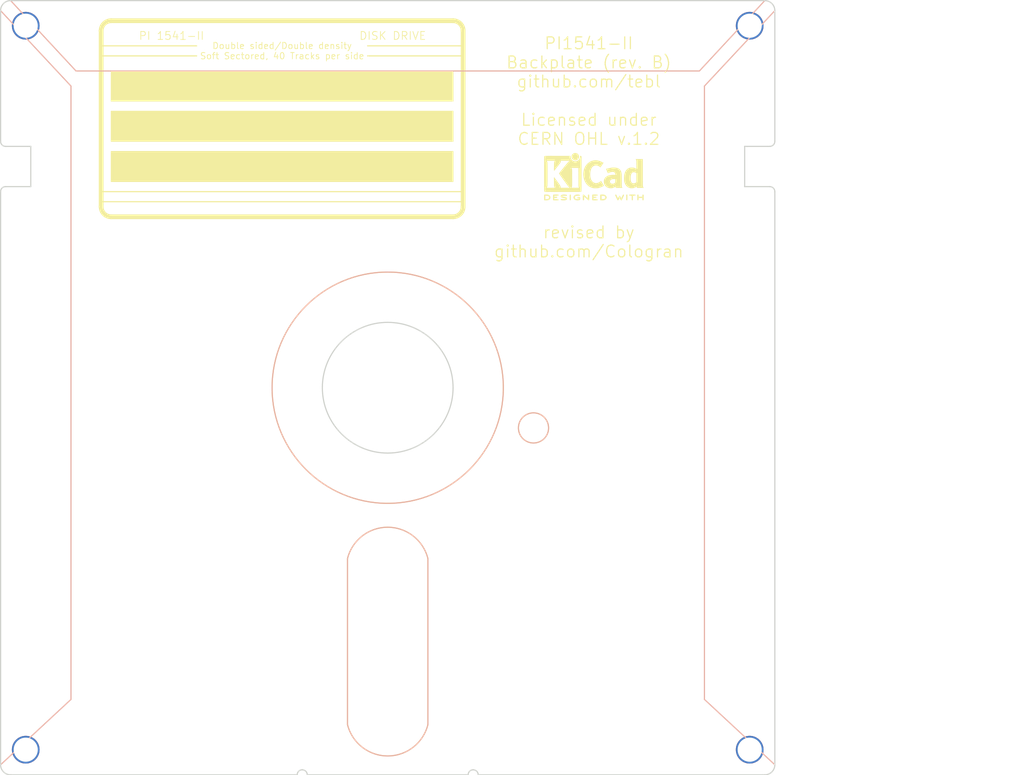
<source format=kicad_pcb>
(kicad_pcb (version 20171130) (host pcbnew "(5.1.6)-1")

  (general
    (thickness 1.6)
    (drawings 104)
    (tracks 0)
    (zones 0)
    (modules 5)
    (nets 2)
  )

  (page A4)
  (layers
    (0 F.Cu signal)
    (31 B.Cu signal)
    (32 B.Adhes user)
    (33 F.Adhes user)
    (34 B.Paste user)
    (35 F.Paste user)
    (36 B.SilkS user)
    (37 F.SilkS user)
    (38 B.Mask user)
    (39 F.Mask user)
    (40 Dwgs.User user)
    (41 Cmts.User user)
    (42 Eco1.User user)
    (43 Eco2.User user)
    (44 Edge.Cuts user)
    (45 Margin user)
    (46 B.CrtYd user)
    (47 F.CrtYd user)
    (48 B.Fab user)
    (49 F.Fab user)
  )

  (setup
    (last_trace_width 0.25)
    (user_trace_width 0.381)
    (trace_clearance 0.2)
    (zone_clearance 0.508)
    (zone_45_only no)
    (trace_min 0.2)
    (via_size 0.6)
    (via_drill 0.4)
    (via_min_size 0.4)
    (via_min_drill 0.3)
    (user_via 1 0.4)
    (uvia_size 0.3)
    (uvia_drill 0.1)
    (uvias_allowed no)
    (uvia_min_size 0.2)
    (uvia_min_drill 0.1)
    (edge_width 0.15)
    (segment_width 0.2)
    (pcb_text_width 0.3)
    (pcb_text_size 1.5 1.5)
    (mod_edge_width 0.15)
    (mod_text_size 1 1)
    (mod_text_width 0.15)
    (pad_size 1.524 1.524)
    (pad_drill 0.762)
    (pad_to_mask_clearance 0.2)
    (aux_axis_origin 0 0)
    (visible_elements 7FFFFFFF)
    (pcbplotparams
      (layerselection 0x010f0_ffffffff)
      (usegerberextensions true)
      (usegerberattributes false)
      (usegerberadvancedattributes false)
      (creategerberjobfile false)
      (excludeedgelayer true)
      (linewidth 0.100000)
      (plotframeref false)
      (viasonmask false)
      (mode 1)
      (useauxorigin false)
      (hpglpennumber 1)
      (hpglpenspeed 20)
      (hpglpendiameter 15.000000)
      (psnegative false)
      (psa4output false)
      (plotreference true)
      (plotvalue true)
      (plotinvisibletext false)
      (padsonsilk false)
      (subtractmaskfromsilk false)
      (outputformat 1)
      (mirror false)
      (drillshape 0)
      (scaleselection 1)
      (outputdirectory "export/"))
  )

  (net 0 "")
  (net 1 "Net-(M1-Pad1)")

  (net_class Default "This is the default net class."
    (clearance 0.2)
    (trace_width 0.25)
    (via_dia 0.6)
    (via_drill 0.4)
    (uvia_dia 0.3)
    (uvia_drill 0.1)
    (add_net "Net-(M1-Pad1)")
  )

  (net_class Power ""
    (clearance 0.381)
    (trace_width 0.381)
    (via_dia 1)
    (via_drill 0.4)
    (uvia_dia 0.3)
    (uvia_drill 0.1)
  )

  (module Symbols:KiCad-Logo2_6mm_SilkScreen locked (layer F.Cu) (tedit 0) (tstamp 5EE53D9C)
    (at 147.32 76.835)
    (descr "KiCad Logo")
    (tags "Logo KiCad")
    (attr virtual)
    (fp_text reference REF*** (at 0 0) (layer F.SilkS) hide
      (effects (font (size 1 1) (thickness 0.15)))
    )
    (fp_text value KiCad-Logo2_6mm_SilkScreen (at 0.75 0) (layer F.Fab) hide
      (effects (font (size 1 1) (thickness 0.15)))
    )
    (fp_poly (pts (xy -6.121371 2.269066) (xy -6.081889 2.269467) (xy -5.9662 2.272259) (xy -5.869311 2.28055)
      (xy -5.787919 2.295232) (xy -5.718723 2.317193) (xy -5.65842 2.347322) (xy -5.603708 2.38651)
      (xy -5.584167 2.403532) (xy -5.55175 2.443363) (xy -5.52252 2.497413) (xy -5.499991 2.557323)
      (xy -5.487679 2.614739) (xy -5.4864 2.635956) (xy -5.494417 2.694769) (xy -5.515899 2.759013)
      (xy -5.546999 2.819821) (xy -5.583866 2.86833) (xy -5.589854 2.874182) (xy -5.640579 2.915321)
      (xy -5.696125 2.947435) (xy -5.759696 2.971365) (xy -5.834494 2.987953) (xy -5.923722 2.998041)
      (xy -6.030582 3.002469) (xy -6.079528 3.002845) (xy -6.141762 3.002545) (xy -6.185528 3.001292)
      (xy -6.214931 2.998554) (xy -6.234079 2.993801) (xy -6.247077 2.986501) (xy -6.254045 2.980267)
      (xy -6.260626 2.972694) (xy -6.265788 2.962924) (xy -6.269703 2.94834) (xy -6.272543 2.926326)
      (xy -6.27448 2.894264) (xy -6.275684 2.849536) (xy -6.276328 2.789526) (xy -6.276583 2.711617)
      (xy -6.276622 2.635956) (xy -6.27687 2.535041) (xy -6.276817 2.454427) (xy -6.275857 2.415822)
      (xy -6.129867 2.415822) (xy -6.129867 2.856089) (xy -6.036734 2.856004) (xy -5.980693 2.854396)
      (xy -5.921999 2.850256) (xy -5.873028 2.844464) (xy -5.871538 2.844226) (xy -5.792392 2.82509)
      (xy -5.731002 2.795287) (xy -5.684305 2.752878) (xy -5.654635 2.706961) (xy -5.636353 2.656026)
      (xy -5.637771 2.6082) (xy -5.658988 2.556933) (xy -5.700489 2.503899) (xy -5.757998 2.4646)
      (xy -5.83275 2.438331) (xy -5.882708 2.429035) (xy -5.939416 2.422507) (xy -5.999519 2.417782)
      (xy -6.050639 2.415817) (xy -6.053667 2.415808) (xy -6.129867 2.415822) (xy -6.275857 2.415822)
      (xy -6.27526 2.391851) (xy -6.270998 2.345055) (xy -6.26283 2.311778) (xy -6.249556 2.289759)
      (xy -6.229974 2.276739) (xy -6.202883 2.270457) (xy -6.167082 2.268653) (xy -6.121371 2.269066)) (layer F.SilkS) (width 0.01))
    (fp_poly (pts (xy -4.712794 2.269146) (xy -4.643386 2.269518) (xy -4.590997 2.270385) (xy -4.552847 2.271946)
      (xy -4.526159 2.274403) (xy -4.508153 2.277957) (xy -4.496049 2.28281) (xy -4.487069 2.289161)
      (xy -4.483818 2.292084) (xy -4.464043 2.323142) (xy -4.460482 2.358828) (xy -4.473491 2.39051)
      (xy -4.479506 2.396913) (xy -4.489235 2.403121) (xy -4.504901 2.40791) (xy -4.529408 2.411514)
      (xy -4.565661 2.414164) (xy -4.616565 2.416095) (xy -4.685026 2.417539) (xy -4.747617 2.418418)
      (xy -4.995334 2.421467) (xy -4.998719 2.486378) (xy -5.002105 2.551289) (xy -4.833958 2.551289)
      (xy -4.760959 2.551919) (xy -4.707517 2.554553) (xy -4.670628 2.560309) (xy -4.647288 2.570304)
      (xy -4.634494 2.585656) (xy -4.629242 2.607482) (xy -4.628445 2.627738) (xy -4.630923 2.652592)
      (xy -4.640277 2.670906) (xy -4.659383 2.683637) (xy -4.691118 2.691741) (xy -4.738359 2.696176)
      (xy -4.803983 2.697899) (xy -4.839801 2.698045) (xy -5.000978 2.698045) (xy -5.000978 2.856089)
      (xy -4.752622 2.856089) (xy -4.671213 2.856202) (xy -4.609342 2.856712) (xy -4.563968 2.85787)
      (xy -4.532054 2.85993) (xy -4.510559 2.863146) (xy -4.496443 2.867772) (xy -4.486668 2.874059)
      (xy -4.481689 2.878667) (xy -4.46461 2.90556) (xy -4.459111 2.929467) (xy -4.466963 2.958667)
      (xy -4.481689 2.980267) (xy -4.489546 2.987066) (xy -4.499688 2.992346) (xy -4.514844 2.996298)
      (xy -4.537741 2.999113) (xy -4.571109 3.000982) (xy -4.617675 3.002098) (xy -4.680167 3.002651)
      (xy -4.761314 3.002833) (xy -4.803422 3.002845) (xy -4.893598 3.002765) (xy -4.963924 3.002398)
      (xy -5.017129 3.001552) (xy -5.05594 3.000036) (xy -5.083087 2.997659) (xy -5.101298 2.994229)
      (xy -5.1133 2.989554) (xy -5.121822 2.983444) (xy -5.125156 2.980267) (xy -5.131755 2.97267)
      (xy -5.136927 2.96287) (xy -5.140846 2.948239) (xy -5.143684 2.926152) (xy -5.145615 2.893982)
      (xy -5.146812 2.849103) (xy -5.147448 2.788889) (xy -5.147697 2.710713) (xy -5.147734 2.637923)
      (xy -5.1477 2.544707) (xy -5.147465 2.471431) (xy -5.14683 2.415458) (xy -5.145594 2.374151)
      (xy -5.143556 2.344872) (xy -5.140517 2.324984) (xy -5.136277 2.31185) (xy -5.130635 2.302832)
      (xy -5.123391 2.295293) (xy -5.121606 2.293612) (xy -5.112945 2.286172) (xy -5.102882 2.280409)
      (xy -5.088625 2.276112) (xy -5.067383 2.273064) (xy -5.036364 2.271051) (xy -4.992777 2.26986)
      (xy -4.933831 2.269275) (xy -4.856734 2.269083) (xy -4.802001 2.269067) (xy -4.712794 2.269146)) (layer F.SilkS) (width 0.01))
    (fp_poly (pts (xy -3.691703 2.270351) (xy -3.616888 2.275581) (xy -3.547306 2.28375) (xy -3.487002 2.29455)
      (xy -3.44002 2.307673) (xy -3.410406 2.322813) (xy -3.40586 2.327269) (xy -3.390054 2.36185)
      (xy -3.394847 2.397351) (xy -3.419364 2.427725) (xy -3.420534 2.428596) (xy -3.434954 2.437954)
      (xy -3.450008 2.442876) (xy -3.471005 2.443473) (xy -3.503257 2.439861) (xy -3.552073 2.432154)
      (xy -3.556 2.431505) (xy -3.628739 2.422569) (xy -3.707217 2.418161) (xy -3.785927 2.418119)
      (xy -3.859361 2.422279) (xy -3.922011 2.430479) (xy -3.96837 2.442557) (xy -3.971416 2.443771)
      (xy -4.005048 2.462615) (xy -4.016864 2.481685) (xy -4.007614 2.500439) (xy -3.978047 2.518337)
      (xy -3.928911 2.534837) (xy -3.860957 2.549396) (xy -3.815645 2.556406) (xy -3.721456 2.569889)
      (xy -3.646544 2.582214) (xy -3.587717 2.594449) (xy -3.541785 2.607661) (xy -3.505555 2.622917)
      (xy -3.475838 2.641285) (xy -3.449442 2.663831) (xy -3.42823 2.685971) (xy -3.403065 2.716819)
      (xy -3.390681 2.743345) (xy -3.386808 2.776026) (xy -3.386667 2.787995) (xy -3.389576 2.827712)
      (xy -3.401202 2.857259) (xy -3.421323 2.883486) (xy -3.462216 2.923576) (xy -3.507817 2.954149)
      (xy -3.561513 2.976203) (xy -3.626692 2.990735) (xy -3.706744 2.998741) (xy -3.805057 3.001218)
      (xy -3.821289 3.001177) (xy -3.886849 2.999818) (xy -3.951866 2.99673) (xy -4.009252 2.992356)
      (xy -4.051922 2.98714) (xy -4.055372 2.986541) (xy -4.097796 2.976491) (xy -4.13378 2.963796)
      (xy -4.15415 2.95219) (xy -4.173107 2.921572) (xy -4.174427 2.885918) (xy -4.158085 2.854144)
      (xy -4.154429 2.850551) (xy -4.139315 2.839876) (xy -4.120415 2.835276) (xy -4.091162 2.836059)
      (xy -4.055651 2.840127) (xy -4.01597 2.843762) (xy -3.960345 2.846828) (xy -3.895406 2.849053)
      (xy -3.827785 2.850164) (xy -3.81 2.850237) (xy -3.742128 2.849964) (xy -3.692454 2.848646)
      (xy -3.65661 2.845827) (xy -3.630224 2.84105) (xy -3.608926 2.833857) (xy -3.596126 2.827867)
      (xy -3.568 2.811233) (xy -3.550068 2.796168) (xy -3.547447 2.791897) (xy -3.552976 2.774263)
      (xy -3.57926 2.757192) (xy -3.624478 2.741458) (xy -3.686808 2.727838) (xy -3.705171 2.724804)
      (xy -3.80109 2.709738) (xy -3.877641 2.697146) (xy -3.93778 2.686111) (xy -3.98446 2.67572)
      (xy -4.020637 2.665056) (xy -4.049265 2.653205) (xy -4.073298 2.639251) (xy -4.095692 2.622281)
      (xy -4.119402 2.601378) (xy -4.12738 2.594049) (xy -4.155353 2.566699) (xy -4.17016 2.545029)
      (xy -4.175952 2.520232) (xy -4.176889 2.488983) (xy -4.166575 2.427705) (xy -4.135752 2.37564)
      (xy -4.084595 2.332958) (xy -4.013283 2.299825) (xy -3.9624 2.284964) (xy -3.9071 2.275366)
      (xy -3.840853 2.269936) (xy -3.767706 2.268367) (xy -3.691703 2.270351)) (layer F.SilkS) (width 0.01))
    (fp_poly (pts (xy -2.923822 2.291645) (xy -2.917242 2.299218) (xy -2.912079 2.308987) (xy -2.908164 2.323571)
      (xy -2.905324 2.345585) (xy -2.903387 2.377648) (xy -2.902183 2.422375) (xy -2.901539 2.482385)
      (xy -2.901284 2.560294) (xy -2.901245 2.635956) (xy -2.901314 2.729802) (xy -2.901638 2.803689)
      (xy -2.902386 2.860232) (xy -2.903732 2.902049) (xy -2.905846 2.931757) (xy -2.9089 2.951973)
      (xy -2.913066 2.965314) (xy -2.918516 2.974398) (xy -2.923822 2.980267) (xy -2.956826 2.999947)
      (xy -2.991991 2.998181) (xy -3.023455 2.976717) (xy -3.030684 2.968337) (xy -3.036334 2.958614)
      (xy -3.040599 2.944861) (xy -3.043673 2.924389) (xy -3.045752 2.894512) (xy -3.04703 2.852541)
      (xy -3.047701 2.795789) (xy -3.047959 2.721567) (xy -3.048 2.637537) (xy -3.048 2.324485)
      (xy -3.020291 2.296776) (xy -2.986137 2.273463) (xy -2.953006 2.272623) (xy -2.923822 2.291645)) (layer F.SilkS) (width 0.01))
    (fp_poly (pts (xy -1.950081 2.274599) (xy -1.881565 2.286095) (xy -1.828943 2.303967) (xy -1.794708 2.327499)
      (xy -1.785379 2.340924) (xy -1.775893 2.372148) (xy -1.782277 2.400395) (xy -1.80243 2.427182)
      (xy -1.833745 2.439713) (xy -1.879183 2.438696) (xy -1.914326 2.431906) (xy -1.992419 2.418971)
      (xy -2.072226 2.417742) (xy -2.161555 2.428241) (xy -2.186229 2.43269) (xy -2.269291 2.456108)
      (xy -2.334273 2.490945) (xy -2.380461 2.536604) (xy -2.407145 2.592494) (xy -2.412663 2.621388)
      (xy -2.409051 2.680012) (xy -2.385729 2.731879) (xy -2.344824 2.775978) (xy -2.288459 2.811299)
      (xy -2.21876 2.836829) (xy -2.137852 2.851559) (xy -2.04786 2.854478) (xy -1.95091 2.844575)
      (xy -1.945436 2.843641) (xy -1.906875 2.836459) (xy -1.885494 2.829521) (xy -1.876227 2.819227)
      (xy -1.874006 2.801976) (xy -1.873956 2.792841) (xy -1.873956 2.754489) (xy -1.942431 2.754489)
      (xy -2.0029 2.750347) (xy -2.044165 2.737147) (xy -2.068175 2.71373) (xy -2.076877 2.678936)
      (xy -2.076983 2.674394) (xy -2.071892 2.644654) (xy -2.054433 2.623419) (xy -2.021939 2.609366)
      (xy -1.971743 2.601173) (xy -1.923123 2.598161) (xy -1.852456 2.596433) (xy -1.801198 2.59907)
      (xy -1.766239 2.6088) (xy -1.74447 2.628353) (xy -1.73278 2.660456) (xy -1.72806 2.707838)
      (xy -1.7272 2.770071) (xy -1.728609 2.839535) (xy -1.732848 2.886786) (xy -1.739936 2.912012)
      (xy -1.741311 2.913988) (xy -1.780228 2.945508) (xy -1.837286 2.97047) (xy -1.908869 2.98834)
      (xy -1.991358 2.998586) (xy -2.081139 3.000673) (xy -2.174592 2.994068) (xy -2.229556 2.985956)
      (xy -2.315766 2.961554) (xy -2.395892 2.921662) (xy -2.462977 2.869887) (xy -2.473173 2.859539)
      (xy -2.506302 2.816035) (xy -2.536194 2.762118) (xy -2.559357 2.705592) (xy -2.572298 2.654259)
      (xy -2.573858 2.634544) (xy -2.567218 2.593419) (xy -2.549568 2.542252) (xy -2.524297 2.488394)
      (xy -2.494789 2.439195) (xy -2.468719 2.406334) (xy -2.407765 2.357452) (xy -2.328969 2.318545)
      (xy -2.235157 2.290494) (xy -2.12915 2.274179) (xy -2.032 2.270192) (xy -1.950081 2.274599)) (layer F.SilkS) (width 0.01))
    (fp_poly (pts (xy -1.300114 2.273448) (xy -1.276548 2.287273) (xy -1.245735 2.309881) (xy -1.206078 2.342338)
      (xy -1.15598 2.385708) (xy -1.093843 2.441058) (xy -1.018072 2.509451) (xy -0.931334 2.588084)
      (xy -0.750711 2.751878) (xy -0.745067 2.532029) (xy -0.743029 2.456351) (xy -0.741063 2.399994)
      (xy -0.738734 2.359706) (xy -0.735606 2.332235) (xy -0.731245 2.314329) (xy -0.725216 2.302737)
      (xy -0.717084 2.294208) (xy -0.712772 2.290623) (xy -0.678241 2.27167) (xy -0.645383 2.274441)
      (xy -0.619318 2.290633) (xy -0.592667 2.312199) (xy -0.589352 2.627151) (xy -0.588435 2.719779)
      (xy -0.587968 2.792544) (xy -0.588113 2.848161) (xy -0.589032 2.889342) (xy -0.590887 2.918803)
      (xy -0.593839 2.939255) (xy -0.59805 2.953413) (xy -0.603682 2.963991) (xy -0.609927 2.972474)
      (xy -0.623439 2.988207) (xy -0.636883 2.998636) (xy -0.652124 3.002639) (xy -0.671026 2.999094)
      (xy -0.695455 2.986879) (xy -0.727273 2.964871) (xy -0.768348 2.931949) (xy -0.820542 2.886991)
      (xy -0.885722 2.828875) (xy -0.959556 2.762099) (xy -1.224845 2.521458) (xy -1.230489 2.740589)
      (xy -1.232531 2.816128) (xy -1.234502 2.872354) (xy -1.236839 2.912524) (xy -1.239981 2.939896)
      (xy -1.244364 2.957728) (xy -1.250424 2.969279) (xy -1.2586 2.977807) (xy -1.262784 2.981282)
      (xy -1.299765 3.000372) (xy -1.334708 2.997493) (xy -1.365136 2.9731) (xy -1.372097 2.963286)
      (xy -1.377523 2.951826) (xy -1.381603 2.935968) (xy -1.384529 2.912963) (xy -1.386492 2.880062)
      (xy -1.387683 2.834516) (xy -1.388292 2.773573) (xy -1.388511 2.694486) (xy -1.388534 2.635956)
      (xy -1.38846 2.544407) (xy -1.388113 2.472687) (xy -1.387301 2.418045) (xy -1.385833 2.377732)
      (xy -1.383519 2.348998) (xy -1.380167 2.329093) (xy -1.375588 2.315268) (xy -1.369589 2.304772)
      (xy -1.365136 2.298811) (xy -1.35385 2.284691) (xy -1.343301 2.274029) (xy -1.331893 2.267892)
      (xy -1.31803 2.267343) (xy -1.300114 2.273448)) (layer F.SilkS) (width 0.01))
    (fp_poly (pts (xy 0.230343 2.26926) (xy 0.306701 2.270174) (xy 0.365217 2.272311) (xy 0.408255 2.276175)
      (xy 0.438183 2.282267) (xy 0.457368 2.29109) (xy 0.468176 2.303146) (xy 0.472973 2.318939)
      (xy 0.474127 2.33897) (xy 0.474133 2.341335) (xy 0.473131 2.363992) (xy 0.468396 2.381503)
      (xy 0.457333 2.394574) (xy 0.437348 2.403913) (xy 0.405846 2.410227) (xy 0.360232 2.414222)
      (xy 0.297913 2.416606) (xy 0.216293 2.418086) (xy 0.191277 2.418414) (xy -0.0508 2.421467)
      (xy -0.054186 2.486378) (xy -0.057571 2.551289) (xy 0.110576 2.551289) (xy 0.176266 2.551531)
      (xy 0.223172 2.552556) (xy 0.255083 2.554811) (xy 0.275791 2.558742) (xy 0.289084 2.564798)
      (xy 0.298755 2.573424) (xy 0.298817 2.573493) (xy 0.316356 2.607112) (xy 0.315722 2.643448)
      (xy 0.297314 2.674423) (xy 0.293671 2.677607) (xy 0.280741 2.685812) (xy 0.263024 2.691521)
      (xy 0.23657 2.695162) (xy 0.197432 2.697167) (xy 0.141662 2.697964) (xy 0.105994 2.698045)
      (xy -0.056445 2.698045) (xy -0.056445 2.856089) (xy 0.190161 2.856089) (xy 0.27158 2.856231)
      (xy 0.33341 2.856814) (xy 0.378637 2.858068) (xy 0.410248 2.860227) (xy 0.431231 2.863523)
      (xy 0.444573 2.868189) (xy 0.453261 2.874457) (xy 0.45545 2.876733) (xy 0.471614 2.90828)
      (xy 0.472797 2.944168) (xy 0.459536 2.975285) (xy 0.449043 2.985271) (xy 0.438129 2.990769)
      (xy 0.421217 2.995022) (xy 0.395633 2.99818) (xy 0.358701 3.000392) (xy 0.307746 3.001806)
      (xy 0.240094 3.002572) (xy 0.153069 3.002838) (xy 0.133394 3.002845) (xy 0.044911 3.002787)
      (xy -0.023773 3.002467) (xy -0.075436 3.001667) (xy -0.112855 3.000167) (xy -0.13881 2.997749)
      (xy -0.156078 2.994194) (xy -0.167438 2.989282) (xy -0.175668 2.982795) (xy -0.180183 2.978138)
      (xy -0.186979 2.969889) (xy -0.192288 2.959669) (xy -0.196294 2.9448) (xy -0.199179 2.922602)
      (xy -0.201126 2.890393) (xy -0.202319 2.845496) (xy -0.202939 2.785228) (xy -0.203171 2.706911)
      (xy -0.2032 2.640994) (xy -0.203129 2.548628) (xy -0.202792 2.476117) (xy -0.202002 2.420737)
      (xy -0.200574 2.379765) (xy -0.198321 2.350478) (xy -0.195057 2.330153) (xy -0.190596 2.316066)
      (xy -0.184752 2.305495) (xy -0.179803 2.298811) (xy -0.156406 2.269067) (xy 0.133774 2.269067)
      (xy 0.230343 2.26926)) (layer F.SilkS) (width 0.01))
    (fp_poly (pts (xy 1.018309 2.269275) (xy 1.147288 2.273636) (xy 1.256991 2.286861) (xy 1.349226 2.309741)
      (xy 1.425802 2.34307) (xy 1.488527 2.387638) (xy 1.539212 2.444236) (xy 1.579663 2.513658)
      (xy 1.580459 2.515351) (xy 1.604601 2.577483) (xy 1.613203 2.632509) (xy 1.606231 2.687887)
      (xy 1.583654 2.751073) (xy 1.579372 2.760689) (xy 1.550172 2.816966) (xy 1.517356 2.860451)
      (xy 1.475002 2.897417) (xy 1.41719 2.934135) (xy 1.413831 2.936052) (xy 1.363504 2.960227)
      (xy 1.306621 2.978282) (xy 1.239527 2.990839) (xy 1.158565 2.998522) (xy 1.060082 3.001953)
      (xy 1.025286 3.002251) (xy 0.859594 3.002845) (xy 0.836197 2.9731) (xy 0.829257 2.963319)
      (xy 0.823842 2.951897) (xy 0.819765 2.936095) (xy 0.816837 2.913175) (xy 0.814867 2.880396)
      (xy 0.814225 2.856089) (xy 0.970844 2.856089) (xy 1.064726 2.856089) (xy 1.119664 2.854483)
      (xy 1.17606 2.850255) (xy 1.222345 2.844292) (xy 1.225139 2.84379) (xy 1.307348 2.821736)
      (xy 1.371114 2.7886) (xy 1.418452 2.742847) (xy 1.451382 2.682939) (xy 1.457108 2.667061)
      (xy 1.462721 2.642333) (xy 1.460291 2.617902) (xy 1.448467 2.5854) (xy 1.44134 2.569434)
      (xy 1.418 2.527006) (xy 1.38988 2.49724) (xy 1.35894 2.476511) (xy 1.296966 2.449537)
      (xy 1.217651 2.429998) (xy 1.125253 2.418746) (xy 1.058333 2.41627) (xy 0.970844 2.415822)
      (xy 0.970844 2.856089) (xy 0.814225 2.856089) (xy 0.813668 2.835021) (xy 0.81305 2.774311)
      (xy 0.812825 2.695526) (xy 0.8128 2.63392) (xy 0.8128 2.324485) (xy 0.840509 2.296776)
      (xy 0.852806 2.285544) (xy 0.866103 2.277853) (xy 0.884672 2.27304) (xy 0.912786 2.270446)
      (xy 0.954717 2.26941) (xy 1.014737 2.26927) (xy 1.018309 2.269275)) (layer F.SilkS) (width 0.01))
    (fp_poly (pts (xy 3.744665 2.271034) (xy 3.764255 2.278035) (xy 3.76501 2.278377) (xy 3.791613 2.298678)
      (xy 3.80627 2.319561) (xy 3.809138 2.329352) (xy 3.808996 2.342361) (xy 3.804961 2.360895)
      (xy 3.796146 2.387257) (xy 3.781669 2.423752) (xy 3.760645 2.472687) (xy 3.732188 2.536365)
      (xy 3.695415 2.617093) (xy 3.675175 2.661216) (xy 3.638625 2.739985) (xy 3.604315 2.812423)
      (xy 3.573552 2.87588) (xy 3.547648 2.927708) (xy 3.52791 2.965259) (xy 3.51565 2.985884)
      (xy 3.513224 2.988733) (xy 3.482183 3.001302) (xy 3.447121 2.999619) (xy 3.419 2.984332)
      (xy 3.417854 2.983089) (xy 3.406668 2.966154) (xy 3.387904 2.93317) (xy 3.363875 2.88838)
      (xy 3.336897 2.836032) (xy 3.327201 2.816742) (xy 3.254014 2.67015) (xy 3.17424 2.829393)
      (xy 3.145767 2.884415) (xy 3.11935 2.932132) (xy 3.097148 2.968893) (xy 3.081319 2.991044)
      (xy 3.075954 2.995741) (xy 3.034257 3.002102) (xy 2.999849 2.988733) (xy 2.989728 2.974446)
      (xy 2.972214 2.942692) (xy 2.948735 2.896597) (xy 2.92072 2.839285) (xy 2.889599 2.77388)
      (xy 2.856799 2.703507) (xy 2.82375 2.631291) (xy 2.791881 2.560355) (xy 2.762619 2.493825)
      (xy 2.737395 2.434826) (xy 2.717636 2.386481) (xy 2.704772 2.351915) (xy 2.700231 2.334253)
      (xy 2.700277 2.333613) (xy 2.711326 2.311388) (xy 2.73341 2.288753) (xy 2.73471 2.287768)
      (xy 2.761853 2.272425) (xy 2.786958 2.272574) (xy 2.796368 2.275466) (xy 2.807834 2.281718)
      (xy 2.82001 2.294014) (xy 2.834357 2.314908) (xy 2.852336 2.346949) (xy 2.875407 2.392688)
      (xy 2.90503 2.454677) (xy 2.931745 2.511898) (xy 2.96248 2.578226) (xy 2.990021 2.637874)
      (xy 3.012938 2.687725) (xy 3.029798 2.724664) (xy 3.039173 2.745573) (xy 3.04054 2.748845)
      (xy 3.046689 2.743497) (xy 3.060822 2.721109) (xy 3.081057 2.684946) (xy 3.105515 2.638277)
      (xy 3.115248 2.619022) (xy 3.148217 2.554004) (xy 3.173643 2.506654) (xy 3.193612 2.474219)
      (xy 3.21021 2.453946) (xy 3.225524 2.443082) (xy 3.24164 2.438875) (xy 3.252143 2.4384)
      (xy 3.27067 2.440042) (xy 3.286904 2.446831) (xy 3.303035 2.461566) (xy 3.321251 2.487044)
      (xy 3.343739 2.526061) (xy 3.372689 2.581414) (xy 3.388662 2.612903) (xy 3.41457 2.663087)
      (xy 3.437167 2.704704) (xy 3.454458 2.734242) (xy 3.46445 2.748189) (xy 3.465809 2.74877)
      (xy 3.472261 2.737793) (xy 3.486708 2.70929) (xy 3.507703 2.666244) (xy 3.533797 2.611638)
      (xy 3.563546 2.548454) (xy 3.57818 2.517071) (xy 3.61625 2.436078) (xy 3.646905 2.373756)
      (xy 3.671737 2.328071) (xy 3.692337 2.296989) (xy 3.710298 2.278478) (xy 3.72721 2.270504)
      (xy 3.744665 2.271034)) (layer F.SilkS) (width 0.01))
    (fp_poly (pts (xy 4.188614 2.275877) (xy 4.212327 2.290647) (xy 4.238978 2.312227) (xy 4.238978 2.633773)
      (xy 4.238893 2.72783) (xy 4.238529 2.801932) (xy 4.237724 2.858704) (xy 4.236313 2.900768)
      (xy 4.234133 2.930748) (xy 4.231021 2.951267) (xy 4.226814 2.964949) (xy 4.221348 2.974416)
      (xy 4.217472 2.979082) (xy 4.186034 2.999575) (xy 4.150233 2.998739) (xy 4.118873 2.981264)
      (xy 4.092222 2.959684) (xy 4.092222 2.312227) (xy 4.118873 2.290647) (xy 4.144594 2.274949)
      (xy 4.1656 2.269067) (xy 4.188614 2.275877)) (layer F.SilkS) (width 0.01))
    (fp_poly (pts (xy 4.963065 2.269163) (xy 5.041772 2.269542) (xy 5.102863 2.270333) (xy 5.148817 2.27167)
      (xy 5.182114 2.273683) (xy 5.205236 2.276506) (xy 5.220662 2.280269) (xy 5.230871 2.285105)
      (xy 5.235813 2.288822) (xy 5.261457 2.321358) (xy 5.264559 2.355138) (xy 5.248711 2.385826)
      (xy 5.238348 2.398089) (xy 5.227196 2.40645) (xy 5.211035 2.411657) (xy 5.185642 2.414457)
      (xy 5.146798 2.415596) (xy 5.09028 2.415821) (xy 5.07918 2.415822) (xy 4.933244 2.415822)
      (xy 4.933244 2.686756) (xy 4.933148 2.772154) (xy 4.932711 2.837864) (xy 4.931712 2.886774)
      (xy 4.929928 2.921773) (xy 4.927137 2.945749) (xy 4.923117 2.961593) (xy 4.917645 2.972191)
      (xy 4.910666 2.980267) (xy 4.877734 3.000112) (xy 4.843354 2.998548) (xy 4.812176 2.975906)
      (xy 4.809886 2.9731) (xy 4.802429 2.962492) (xy 4.796747 2.950081) (xy 4.792601 2.93285)
      (xy 4.78975 2.907784) (xy 4.787954 2.871867) (xy 4.786972 2.822083) (xy 4.786564 2.755417)
      (xy 4.786489 2.679589) (xy 4.786489 2.415822) (xy 4.647127 2.415822) (xy 4.587322 2.415418)
      (xy 4.545918 2.41384) (xy 4.518748 2.410547) (xy 4.501646 2.404992) (xy 4.490443 2.396631)
      (xy 4.489083 2.395178) (xy 4.472725 2.361939) (xy 4.474172 2.324362) (xy 4.492978 2.291645)
      (xy 4.50025 2.285298) (xy 4.509627 2.280266) (xy 4.523609 2.276396) (xy 4.544696 2.273537)
      (xy 4.575389 2.271535) (xy 4.618189 2.270239) (xy 4.675595 2.269498) (xy 4.75011 2.269158)
      (xy 4.844233 2.269068) (xy 4.86426 2.269067) (xy 4.963065 2.269163)) (layer F.SilkS) (width 0.01))
    (fp_poly (pts (xy 6.228823 2.274533) (xy 6.260202 2.296776) (xy 6.287911 2.324485) (xy 6.287911 2.63392)
      (xy 6.287838 2.725799) (xy 6.287495 2.79784) (xy 6.286692 2.85278) (xy 6.285241 2.89336)
      (xy 6.282952 2.922317) (xy 6.279636 2.942391) (xy 6.275105 2.956321) (xy 6.269169 2.966845)
      (xy 6.264514 2.9731) (xy 6.233783 2.997673) (xy 6.198496 3.000341) (xy 6.166245 2.985271)
      (xy 6.155588 2.976374) (xy 6.148464 2.964557) (xy 6.144167 2.945526) (xy 6.141991 2.914992)
      (xy 6.141228 2.868662) (xy 6.141155 2.832871) (xy 6.141155 2.698045) (xy 5.644444 2.698045)
      (xy 5.644444 2.8207) (xy 5.643931 2.876787) (xy 5.641876 2.915333) (xy 5.637508 2.941361)
      (xy 5.630056 2.959897) (xy 5.621047 2.9731) (xy 5.590144 2.997604) (xy 5.555196 3.000506)
      (xy 5.521738 2.983089) (xy 5.512604 2.973959) (xy 5.506152 2.961855) (xy 5.501897 2.943001)
      (xy 5.499352 2.91362) (xy 5.498029 2.869937) (xy 5.497443 2.808175) (xy 5.497375 2.794)
      (xy 5.496891 2.677631) (xy 5.496641 2.581727) (xy 5.496723 2.504177) (xy 5.497231 2.442869)
      (xy 5.498262 2.39569) (xy 5.499913 2.36053) (xy 5.502279 2.335276) (xy 5.505457 2.317817)
      (xy 5.509544 2.306041) (xy 5.514634 2.297835) (xy 5.520266 2.291645) (xy 5.552128 2.271844)
      (xy 5.585357 2.274533) (xy 5.616735 2.296776) (xy 5.629433 2.311126) (xy 5.637526 2.326978)
      (xy 5.642042 2.349554) (xy 5.644006 2.384078) (xy 5.644444 2.435776) (xy 5.644444 2.551289)
      (xy 6.141155 2.551289) (xy 6.141155 2.432756) (xy 6.141662 2.378148) (xy 6.143698 2.341275)
      (xy 6.148035 2.317307) (xy 6.155447 2.301415) (xy 6.163733 2.291645) (xy 6.195594 2.271844)
      (xy 6.228823 2.274533)) (layer F.SilkS) (width 0.01))
    (fp_poly (pts (xy -2.9464 -2.510946) (xy -2.935535 -2.397007) (xy -2.903918 -2.289384) (xy -2.853015 -2.190385)
      (xy -2.784293 -2.102316) (xy -2.699219 -2.027484) (xy -2.602232 -1.969616) (xy -2.495964 -1.929995)
      (xy -2.38895 -1.911427) (xy -2.2833 -1.912566) (xy -2.181125 -1.93207) (xy -2.084534 -1.968594)
      (xy -1.995638 -2.020795) (xy -1.916546 -2.087327) (xy -1.849369 -2.166848) (xy -1.796217 -2.258013)
      (xy -1.759199 -2.359477) (xy -1.740427 -2.469898) (xy -1.738489 -2.519794) (xy -1.738489 -2.607733)
      (xy -1.68656 -2.607733) (xy -1.650253 -2.604889) (xy -1.623355 -2.593089) (xy -1.596249 -2.569351)
      (xy -1.557867 -2.530969) (xy -1.557867 -0.339398) (xy -1.557876 -0.077261) (xy -1.557908 0.163241)
      (xy -1.557972 0.383048) (xy -1.558076 0.583101) (xy -1.558227 0.764344) (xy -1.558434 0.927716)
      (xy -1.558706 1.07416) (xy -1.55905 1.204617) (xy -1.559474 1.320029) (xy -1.559987 1.421338)
      (xy -1.560597 1.509484) (xy -1.561312 1.58541) (xy -1.56214 1.650057) (xy -1.563089 1.704367)
      (xy -1.564167 1.74928) (xy -1.565383 1.78574) (xy -1.566745 1.814687) (xy -1.568261 1.837063)
      (xy -1.569938 1.853809) (xy -1.571786 1.865868) (xy -1.573813 1.87418) (xy -1.576025 1.879687)
      (xy -1.577108 1.881537) (xy -1.581271 1.888549) (xy -1.584805 1.894996) (xy -1.588635 1.9009)
      (xy -1.593682 1.906286) (xy -1.600871 1.911178) (xy -1.611123 1.915598) (xy -1.625364 1.919572)
      (xy -1.644514 1.923121) (xy -1.669499 1.92627) (xy -1.70124 1.929042) (xy -1.740662 1.931461)
      (xy -1.788686 1.933551) (xy -1.846237 1.935335) (xy -1.914237 1.936837) (xy -1.99361 1.93808)
      (xy -2.085279 1.939089) (xy -2.190166 1.939885) (xy -2.309196 1.940494) (xy -2.44329 1.940939)
      (xy -2.593373 1.941243) (xy -2.760367 1.94143) (xy -2.945196 1.941524) (xy -3.148783 1.941548)
      (xy -3.37205 1.941525) (xy -3.615922 1.94148) (xy -3.881321 1.941437) (xy -3.919704 1.941432)
      (xy -4.186682 1.941389) (xy -4.432002 1.941318) (xy -4.656583 1.941213) (xy -4.861345 1.941066)
      (xy -5.047206 1.940869) (xy -5.215088 1.940616) (xy -5.365908 1.9403) (xy -5.500587 1.939913)
      (xy -5.620044 1.939447) (xy -5.725199 1.938897) (xy -5.816971 1.938253) (xy -5.896279 1.937511)
      (xy -5.964043 1.936661) (xy -6.021182 1.935697) (xy -6.068617 1.934611) (xy -6.107266 1.933397)
      (xy -6.138049 1.932047) (xy -6.161885 1.930555) (xy -6.179694 1.928911) (xy -6.192395 1.927111)
      (xy -6.200908 1.925145) (xy -6.205266 1.923477) (xy -6.213728 1.919906) (xy -6.221497 1.91727)
      (xy -6.228602 1.914634) (xy -6.235073 1.911062) (xy -6.240939 1.905621) (xy -6.246229 1.897375)
      (xy -6.250974 1.88539) (xy -6.255202 1.868731) (xy -6.258943 1.846463) (xy -6.262227 1.817652)
      (xy -6.265083 1.781363) (xy -6.26754 1.736661) (xy -6.269629 1.682611) (xy -6.271378 1.618279)
      (xy -6.272817 1.54273) (xy -6.273976 1.45503) (xy -6.274883 1.354243) (xy -6.275569 1.239434)
      (xy -6.276063 1.10967) (xy -6.276395 0.964015) (xy -6.276593 0.801535) (xy -6.276687 0.621295)
      (xy -6.276708 0.42236) (xy -6.276685 0.203796) (xy -6.276646 -0.035332) (xy -6.276622 -0.29596)
      (xy -6.276622 -0.338111) (xy -6.276636 -0.601008) (xy -6.276661 -0.842268) (xy -6.276671 -1.062835)
      (xy -6.276642 -1.263648) (xy -6.276548 -1.445651) (xy -6.276362 -1.609784) (xy -6.276059 -1.756989)
      (xy -6.275614 -1.888208) (xy -6.275034 -1.998133) (xy -5.972197 -1.998133) (xy -5.932407 -1.940289)
      (xy -5.921236 -1.924521) (xy -5.911166 -1.910559) (xy -5.902138 -1.897216) (xy -5.894097 -1.883307)
      (xy -5.886986 -1.867644) (xy -5.880747 -1.849042) (xy -5.875325 -1.826314) (xy -5.870662 -1.798273)
      (xy -5.866701 -1.763733) (xy -5.863385 -1.721508) (xy -5.860659 -1.670411) (xy -5.858464 -1.609256)
      (xy -5.856745 -1.536856) (xy -5.855444 -1.452025) (xy -5.854505 -1.353578) (xy -5.85387 -1.240326)
      (xy -5.853484 -1.111084) (xy -5.853288 -0.964666) (xy -5.853227 -0.799884) (xy -5.853243 -0.615553)
      (xy -5.85328 -0.410487) (xy -5.853289 -0.287867) (xy -5.853265 -0.070918) (xy -5.853231 0.124642)
      (xy -5.853243 0.299999) (xy -5.853358 0.456341) (xy -5.85363 0.594857) (xy -5.854118 0.716734)
      (xy -5.854876 0.82316) (xy -5.855962 0.915322) (xy -5.857431 0.994409) (xy -5.85934 1.061608)
      (xy -5.861744 1.118107) (xy -5.864701 1.165093) (xy -5.868266 1.203755) (xy -5.872495 1.23528)
      (xy -5.877446 1.260855) (xy -5.883173 1.28167) (xy -5.889733 1.298911) (xy -5.897183 1.313765)
      (xy -5.905579 1.327422) (xy -5.914976 1.341069) (xy -5.925432 1.355893) (xy -5.931523 1.364783)
      (xy -5.970296 1.4224) (xy -5.438732 1.4224) (xy -5.315483 1.422365) (xy -5.212987 1.422215)
      (xy -5.12942 1.421878) (xy -5.062956 1.421286) (xy -5.011771 1.420367) (xy -4.974041 1.419051)
      (xy -4.94794 1.417269) (xy -4.931644 1.414951) (xy -4.923328 1.412026) (xy -4.921168 1.408424)
      (xy -4.923339 1.404075) (xy -4.924535 1.402645) (xy -4.949685 1.365573) (xy -4.975583 1.312772)
      (xy -4.999192 1.25077) (xy -5.007461 1.224357) (xy -5.012078 1.206416) (xy -5.015979 1.185355)
      (xy -5.019248 1.159089) (xy -5.021966 1.125532) (xy -5.024215 1.082599) (xy -5.026077 1.028204)
      (xy -5.027636 0.960262) (xy -5.028972 0.876688) (xy -5.030169 0.775395) (xy -5.031308 0.6543)
      (xy -5.031685 0.6096) (xy -5.032702 0.484449) (xy -5.03346 0.380082) (xy -5.033903 0.294707)
      (xy -5.03397 0.226533) (xy -5.033605 0.173765) (xy -5.032748 0.134614) (xy -5.031341 0.107285)
      (xy -5.029325 0.089986) (xy -5.026643 0.080926) (xy -5.023236 0.078312) (xy -5.019044 0.080351)
      (xy -5.014571 0.084667) (xy -5.004216 0.097602) (xy -4.982158 0.126676) (xy -4.949957 0.169759)
      (xy -4.909174 0.224718) (xy -4.86137 0.289423) (xy -4.808105 0.361742) (xy -4.75094 0.439544)
      (xy -4.691437 0.520698) (xy -4.631155 0.603072) (xy -4.571655 0.684536) (xy -4.514498 0.762957)
      (xy -4.461245 0.836204) (xy -4.413457 0.902147) (xy -4.372693 0.958654) (xy -4.340516 1.003593)
      (xy -4.318485 1.034834) (xy -4.313917 1.041466) (xy -4.290996 1.078369) (xy -4.264188 1.126359)
      (xy -4.238789 1.175897) (xy -4.235568 1.182577) (xy -4.21389 1.230772) (xy -4.201304 1.268334)
      (xy -4.195574 1.30416) (xy -4.194456 1.3462) (xy -4.19509 1.4224) (xy -3.040651 1.4224)
      (xy -3.131815 1.328669) (xy -3.178612 1.278775) (xy -3.228899 1.222295) (xy -3.274944 1.168026)
      (xy -3.295369 1.142673) (xy -3.325807 1.103128) (xy -3.365862 1.049916) (xy -3.414361 0.984667)
      (xy -3.470135 0.909011) (xy -3.532011 0.824577) (xy -3.598819 0.732994) (xy -3.669387 0.635892)
      (xy -3.742545 0.534901) (xy -3.817121 0.43165) (xy -3.891944 0.327768) (xy -3.965843 0.224885)
      (xy -4.037646 0.124631) (xy -4.106184 0.028636) (xy -4.170284 -0.061473) (xy -4.228775 -0.144064)
      (xy -4.280486 -0.217508) (xy -4.324247 -0.280176) (xy -4.358885 -0.330439) (xy -4.38323 -0.366666)
      (xy -4.396111 -0.387229) (xy -4.397869 -0.391332) (xy -4.38991 -0.402658) (xy -4.369115 -0.429838)
      (xy -4.336847 -0.471171) (xy -4.29447 -0.524956) (xy -4.243347 -0.589494) (xy -4.184841 -0.663082)
      (xy -4.120314 -0.744022) (xy -4.051131 -0.830612) (xy -3.978653 -0.921152) (xy -3.904246 -1.01394)
      (xy -3.844517 -1.088298) (xy -2.833511 -1.088298) (xy -2.827602 -1.075341) (xy -2.813272 -1.053092)
      (xy -2.812225 -1.051609) (xy -2.793438 -1.021456) (xy -2.773791 -0.984625) (xy -2.769892 -0.976489)
      (xy -2.766356 -0.96806) (xy -2.76323 -0.957941) (xy -2.760486 -0.94474) (xy -2.758092 -0.927062)
      (xy -2.756019 -0.903516) (xy -2.754235 -0.872707) (xy -2.752712 -0.833243) (xy -2.751419 -0.783731)
      (xy -2.750326 -0.722777) (xy -2.749403 -0.648989) (xy -2.748619 -0.560972) (xy -2.747945 -0.457335)
      (xy -2.74735 -0.336684) (xy -2.746805 -0.197626) (xy -2.746279 -0.038768) (xy -2.745745 0.140089)
      (xy -2.745206 0.325207) (xy -2.744772 0.489145) (xy -2.744509 0.633303) (xy -2.744484 0.759079)
      (xy -2.744765 0.867871) (xy -2.745419 0.961077) (xy -2.746514 1.040097) (xy -2.748118 1.106328)
      (xy -2.750297 1.16117) (xy -2.753119 1.206021) (xy -2.756651 1.242278) (xy -2.760961 1.271341)
      (xy -2.766117 1.294609) (xy -2.772185 1.313479) (xy -2.779233 1.329351) (xy -2.787329 1.343622)
      (xy -2.79654 1.357691) (xy -2.80504 1.370158) (xy -2.822176 1.396452) (xy -2.832322 1.414037)
      (xy -2.833511 1.417257) (xy -2.822604 1.418334) (xy -2.791411 1.419335) (xy -2.742223 1.420235)
      (xy -2.677333 1.42101) (xy -2.59903 1.421637) (xy -2.509607 1.422091) (xy -2.411356 1.422349)
      (xy -2.342445 1.4224) (xy -2.237452 1.42218) (xy -2.14061 1.421548) (xy -2.054107 1.420549)
      (xy -1.980132 1.419227) (xy -1.920874 1.417626) (xy -1.87852 1.415791) (xy -1.85526 1.413765)
      (xy -1.851378 1.412493) (xy -1.859076 1.397591) (xy -1.867074 1.38956) (xy -1.880246 1.372434)
      (xy -1.897485 1.342183) (xy -1.909407 1.317622) (xy -1.936045 1.258711) (xy -1.93912 0.081845)
      (xy -1.942195 -1.095022) (xy -2.387853 -1.095022) (xy -2.48567 -1.094858) (xy -2.576064 -1.094389)
      (xy -2.65663 -1.093653) (xy -2.724962 -1.092684) (xy -2.778656 -1.09152) (xy -2.815305 -1.090197)
      (xy -2.832504 -1.088751) (xy -2.833511 -1.088298) (xy -3.844517 -1.088298) (xy -3.82927 -1.107278)
      (xy -3.75509 -1.199463) (xy -3.683069 -1.288796) (xy -3.614569 -1.373576) (xy -3.550955 -1.452102)
      (xy -3.493588 -1.522674) (xy -3.443833 -1.583591) (xy -3.403052 -1.633153) (xy -3.385888 -1.653822)
      (xy -3.299596 -1.754484) (xy -3.222997 -1.837741) (xy -3.154183 -1.905562) (xy -3.091248 -1.959911)
      (xy -3.081867 -1.967278) (xy -3.042356 -1.997883) (xy -4.174116 -1.998133) (xy -4.168827 -1.950156)
      (xy -4.17213 -1.892812) (xy -4.193661 -1.824537) (xy -4.233635 -1.744788) (xy -4.278943 -1.672505)
      (xy -4.295161 -1.64986) (xy -4.323214 -1.612304) (xy -4.36143 -1.561979) (xy -4.408137 -1.501027)
      (xy -4.461661 -1.431589) (xy -4.520331 -1.355806) (xy -4.582475 -1.27582) (xy -4.646421 -1.193772)
      (xy -4.710495 -1.111804) (xy -4.773027 -1.032057) (xy -4.832343 -0.956673) (xy -4.886771 -0.887793)
      (xy -4.934639 -0.827558) (xy -4.974275 -0.778111) (xy -5.004006 -0.741592) (xy -5.022161 -0.720142)
      (xy -5.02522 -0.716844) (xy -5.028079 -0.724851) (xy -5.030293 -0.755145) (xy -5.031857 -0.807444)
      (xy -5.032767 -0.881469) (xy -5.03302 -0.976937) (xy -5.032613 -1.093566) (xy -5.031704 -1.213555)
      (xy -5.030382 -1.345667) (xy -5.028857 -1.457406) (xy -5.026881 -1.550975) (xy -5.024206 -1.628581)
      (xy -5.020582 -1.692426) (xy -5.015761 -1.744717) (xy -5.009494 -1.787656) (xy -5.001532 -1.823449)
      (xy -4.991627 -1.8543) (xy -4.979531 -1.882414) (xy -4.964993 -1.909995) (xy -4.950311 -1.935034)
      (xy -4.912314 -1.998133) (xy -5.972197 -1.998133) (xy -6.275034 -1.998133) (xy -6.275001 -2.004383)
      (xy -6.274195 -2.106456) (xy -6.27317 -2.195367) (xy -6.2719 -2.272059) (xy -6.27036 -2.337473)
      (xy -6.268524 -2.392551) (xy -6.266367 -2.438235) (xy -6.263863 -2.475466) (xy -6.260987 -2.505187)
      (xy -6.257713 -2.528338) (xy -6.254015 -2.545861) (xy -6.249869 -2.558699) (xy -6.245247 -2.567792)
      (xy -6.240126 -2.574082) (xy -6.234478 -2.578512) (xy -6.228279 -2.582022) (xy -6.221504 -2.585555)
      (xy -6.215508 -2.589124) (xy -6.210275 -2.5917) (xy -6.202099 -2.594028) (xy -6.189886 -2.596122)
      (xy -6.172541 -2.597993) (xy -6.148969 -2.599653) (xy -6.118077 -2.601116) (xy -6.078768 -2.602392)
      (xy -6.02995 -2.603496) (xy -5.970527 -2.604439) (xy -5.899404 -2.605233) (xy -5.815488 -2.605891)
      (xy -5.717683 -2.606425) (xy -5.604894 -2.606847) (xy -5.476029 -2.607171) (xy -5.329991 -2.607408)
      (xy -5.165686 -2.60757) (xy -4.98202 -2.60767) (xy -4.777897 -2.60772) (xy -4.566753 -2.607733)
      (xy -2.9464 -2.607733) (xy -2.9464 -2.510946)) (layer F.SilkS) (width 0.01))
    (fp_poly (pts (xy 0.328429 -2.050929) (xy 0.48857 -2.029755) (xy 0.65251 -1.989615) (xy 0.822313 -1.930111)
      (xy 1.000043 -1.850846) (xy 1.01131 -1.845301) (xy 1.069005 -1.817275) (xy 1.120552 -1.793198)
      (xy 1.162191 -1.774751) (xy 1.190162 -1.763614) (xy 1.199733 -1.761067) (xy 1.21895 -1.756059)
      (xy 1.223561 -1.751853) (xy 1.218458 -1.74142) (xy 1.202418 -1.715132) (xy 1.177288 -1.675743)
      (xy 1.144914 -1.626009) (xy 1.107143 -1.568685) (xy 1.065822 -1.506524) (xy 1.022798 -1.442282)
      (xy 0.979917 -1.378715) (xy 0.939026 -1.318575) (xy 0.901971 -1.26462) (xy 0.8706 -1.219603)
      (xy 0.846759 -1.186279) (xy 0.832294 -1.167403) (xy 0.830309 -1.165213) (xy 0.820191 -1.169862)
      (xy 0.79785 -1.187038) (xy 0.76728 -1.21356) (xy 0.751536 -1.228036) (xy 0.655047 -1.303318)
      (xy 0.548336 -1.358759) (xy 0.432832 -1.393859) (xy 0.309962 -1.40812) (xy 0.240561 -1.406949)
      (xy 0.119423 -1.389788) (xy 0.010205 -1.353906) (xy -0.087418 -1.299041) (xy -0.173772 -1.22493)
      (xy -0.249185 -1.131312) (xy -0.313982 -1.017924) (xy -0.351399 -0.931333) (xy -0.395252 -0.795634)
      (xy -0.427572 -0.64815) (xy -0.448443 -0.492686) (xy -0.457949 -0.333044) (xy -0.456173 -0.173027)
      (xy -0.443197 -0.016439) (xy -0.419106 0.132918) (xy -0.383982 0.27124) (xy -0.337908 0.394724)
      (xy -0.321627 0.428978) (xy -0.25338 0.543064) (xy -0.172921 0.639557) (xy -0.08143 0.71767)
      (xy 0.019911 0.776617) (xy 0.12992 0.815612) (xy 0.247415 0.833868) (xy 0.288883 0.835211)
      (xy 0.410441 0.82429) (xy 0.530878 0.791474) (xy 0.648666 0.737439) (xy 0.762277 0.662865)
      (xy 0.853685 0.584539) (xy 0.900215 0.540008) (xy 1.081483 0.837271) (xy 1.12658 0.911433)
      (xy 1.167819 0.979646) (xy 1.203735 1.039459) (xy 1.232866 1.08842) (xy 1.25375 1.124079)
      (xy 1.264924 1.143984) (xy 1.266375 1.147079) (xy 1.258146 1.156718) (xy 1.232567 1.173999)
      (xy 1.192873 1.197283) (xy 1.142297 1.224934) (xy 1.084074 1.255315) (xy 1.021437 1.28679)
      (xy 0.957621 1.317722) (xy 0.89586 1.346473) (xy 0.839388 1.371408) (xy 0.791438 1.390889)
      (xy 0.767986 1.399318) (xy 0.634221 1.437133) (xy 0.496327 1.462136) (xy 0.348622 1.47514)
      (xy 0.221833 1.477468) (xy 0.153878 1.476373) (xy 0.088277 1.474275) (xy 0.030847 1.471434)
      (xy -0.012597 1.468106) (xy -0.026702 1.466422) (xy -0.165716 1.437587) (xy -0.307243 1.392468)
      (xy -0.444725 1.33375) (xy -0.571606 1.26412) (xy -0.649111 1.211441) (xy -0.776519 1.103239)
      (xy -0.894822 0.976671) (xy -1.001828 0.834866) (xy -1.095348 0.680951) (xy -1.17319 0.518053)
      (xy -1.217044 0.400756) (xy -1.267292 0.217128) (xy -1.300791 0.022581) (xy -1.317551 -0.178675)
      (xy -1.317584 -0.382432) (xy -1.300899 -0.584479) (xy -1.267507 -0.780608) (xy -1.21742 -0.966609)
      (xy -1.213603 -0.978197) (xy -1.150719 -1.14025) (xy -1.073972 -1.288168) (xy -0.980758 -1.426135)
      (xy -0.868473 -1.558339) (xy -0.824608 -1.603601) (xy -0.688466 -1.727543) (xy -0.548509 -1.830085)
      (xy -0.402589 -1.912344) (xy -0.248558 -1.975436) (xy -0.084268 -2.020477) (xy 0.011289 -2.037967)
      (xy 0.170023 -2.053534) (xy 0.328429 -2.050929)) (layer F.SilkS) (width 0.01))
    (fp_poly (pts (xy 2.673574 -1.133448) (xy 2.825492 -1.113433) (xy 2.960756 -1.079798) (xy 3.080239 -1.032275)
      (xy 3.184815 -0.970595) (xy 3.262424 -0.907035) (xy 3.331265 -0.832901) (xy 3.385006 -0.753129)
      (xy 3.42791 -0.660909) (xy 3.443384 -0.617839) (xy 3.456244 -0.578858) (xy 3.467446 -0.542711)
      (xy 3.47712 -0.507566) (xy 3.485396 -0.47159) (xy 3.492403 -0.43295) (xy 3.498272 -0.389815)
      (xy 3.503131 -0.340351) (xy 3.50711 -0.282727) (xy 3.51034 -0.215109) (xy 3.512949 -0.135666)
      (xy 3.515067 -0.042564) (xy 3.516824 0.066027) (xy 3.518349 0.191942) (xy 3.519772 0.337012)
      (xy 3.521025 0.479778) (xy 3.522351 0.635968) (xy 3.523556 0.771239) (xy 3.524766 0.887246)
      (xy 3.526106 0.985645) (xy 3.5277 1.068093) (xy 3.529675 1.136246) (xy 3.532156 1.19176)
      (xy 3.535269 1.236292) (xy 3.539138 1.271498) (xy 3.543889 1.299034) (xy 3.549648 1.320556)
      (xy 3.556539 1.337722) (xy 3.564689 1.352186) (xy 3.574223 1.365606) (xy 3.585266 1.379638)
      (xy 3.589566 1.385071) (xy 3.605386 1.40791) (xy 3.612422 1.423463) (xy 3.612444 1.423922)
      (xy 3.601567 1.426121) (xy 3.570582 1.428147) (xy 3.521957 1.429942) (xy 3.458163 1.431451)
      (xy 3.381669 1.432616) (xy 3.294944 1.43338) (xy 3.200457 1.433686) (xy 3.18955 1.433689)
      (xy 2.766657 1.433689) (xy 2.763395 1.337622) (xy 2.760133 1.241556) (xy 2.698044 1.292543)
      (xy 2.600714 1.360057) (xy 2.490813 1.414749) (xy 2.404349 1.444978) (xy 2.335278 1.459666)
      (xy 2.251925 1.469659) (xy 2.162159 1.474646) (xy 2.073845 1.474313) (xy 1.994851 1.468351)
      (xy 1.958622 1.462638) (xy 1.818603 1.424776) (xy 1.692178 1.369932) (xy 1.58026 1.298924)
      (xy 1.483762 1.212568) (xy 1.4036 1.111679) (xy 1.340687 0.997076) (xy 1.296312 0.870984)
      (xy 1.283978 0.814401) (xy 1.276368 0.752202) (xy 1.272739 0.677363) (xy 1.272245 0.643467)
      (xy 1.27231 0.640282) (xy 2.032248 0.640282) (xy 2.041541 0.715333) (xy 2.069728 0.77916)
      (xy 2.118197 0.834798) (xy 2.123254 0.839211) (xy 2.171548 0.874037) (xy 2.223257 0.89662)
      (xy 2.283989 0.90854) (xy 2.359352 0.911383) (xy 2.377459 0.910978) (xy 2.431278 0.908325)
      (xy 2.471308 0.902909) (xy 2.506324 0.892745) (xy 2.545103 0.87585) (xy 2.555745 0.870672)
      (xy 2.616396 0.834844) (xy 2.663215 0.792212) (xy 2.675952 0.776973) (xy 2.720622 0.720462)
      (xy 2.720622 0.524586) (xy 2.720086 0.445939) (xy 2.718396 0.387988) (xy 2.715428 0.348875)
      (xy 2.711057 0.326741) (xy 2.706972 0.320274) (xy 2.691047 0.317111) (xy 2.657264 0.314488)
      (xy 2.61034 0.312655) (xy 2.554993 0.311857) (xy 2.546106 0.311842) (xy 2.42533 0.317096)
      (xy 2.32266 0.333263) (xy 2.236106 0.360961) (xy 2.163681 0.400808) (xy 2.108751 0.447758)
      (xy 2.064204 0.505645) (xy 2.03948 0.568693) (xy 2.032248 0.640282) (xy 1.27231 0.640282)
      (xy 1.274178 0.549712) (xy 1.282522 0.470812) (xy 1.298768 0.39959) (xy 1.324405 0.328864)
      (xy 1.348401 0.276493) (xy 1.40702 0.181196) (xy 1.485117 0.09317) (xy 1.580315 0.014017)
      (xy 1.690238 -0.05466) (xy 1.81251 -0.111259) (xy 1.944755 -0.154179) (xy 2.009422 -0.169118)
      (xy 2.145604 -0.191223) (xy 2.294049 -0.205806) (xy 2.445505 -0.212187) (xy 2.572064 -0.210555)
      (xy 2.73395 -0.203776) (xy 2.72653 -0.262755) (xy 2.707238 -0.361908) (xy 2.676104 -0.442628)
      (xy 2.632269 -0.505534) (xy 2.574871 -0.551244) (xy 2.503048 -0.580378) (xy 2.415941 -0.593553)
      (xy 2.312686 -0.591389) (xy 2.274711 -0.587388) (xy 2.13352 -0.56222) (xy 1.996707 -0.521186)
      (xy 1.902178 -0.483185) (xy 1.857018 -0.46381) (xy 1.818585 -0.44824) (xy 1.792234 -0.438595)
      (xy 1.784546 -0.436548) (xy 1.774802 -0.445626) (xy 1.758083 -0.474595) (xy 1.734232 -0.523783)
      (xy 1.703093 -0.593516) (xy 1.664507 -0.684121) (xy 1.65791 -0.699911) (xy 1.627853 -0.772228)
      (xy 1.600874 -0.837575) (xy 1.578136 -0.893094) (xy 1.560806 -0.935928) (xy 1.550048 -0.963219)
      (xy 1.546941 -0.972058) (xy 1.55694 -0.976813) (xy 1.583217 -0.98209) (xy 1.611489 -0.985769)
      (xy 1.641646 -0.990526) (xy 1.689433 -0.999972) (xy 1.750612 -1.01318) (xy 1.820946 -1.029224)
      (xy 1.896194 -1.04718) (xy 1.924755 -1.054203) (xy 2.029816 -1.079791) (xy 2.11748 -1.099853)
      (xy 2.192068 -1.115031) (xy 2.257903 -1.125965) (xy 2.319307 -1.133296) (xy 2.380602 -1.137665)
      (xy 2.44611 -1.139713) (xy 2.504128 -1.140111) (xy 2.673574 -1.133448)) (layer F.SilkS) (width 0.01))
    (fp_poly (pts (xy 6.186507 -0.527755) (xy 6.186526 -0.293338) (xy 6.186552 -0.080397) (xy 6.186625 0.112168)
      (xy 6.186782 0.285459) (xy 6.187064 0.440576) (xy 6.187509 0.57862) (xy 6.188156 0.700692)
      (xy 6.189045 0.807894) (xy 6.190213 0.901326) (xy 6.191701 0.98209) (xy 6.193546 1.051286)
      (xy 6.195789 1.110015) (xy 6.198469 1.159379) (xy 6.201623 1.200478) (xy 6.205292 1.234413)
      (xy 6.209513 1.262286) (xy 6.214327 1.285198) (xy 6.219773 1.304249) (xy 6.225888 1.32054)
      (xy 6.232712 1.335173) (xy 6.240285 1.349249) (xy 6.248645 1.363868) (xy 6.253839 1.372974)
      (xy 6.288104 1.433689) (xy 5.429955 1.433689) (xy 5.429955 1.337733) (xy 5.429224 1.29437)
      (xy 5.427272 1.261205) (xy 5.424463 1.243424) (xy 5.423221 1.241778) (xy 5.411799 1.248662)
      (xy 5.389084 1.266505) (xy 5.366385 1.285879) (xy 5.3118 1.326614) (xy 5.242321 1.367617)
      (xy 5.16527 1.405123) (xy 5.087965 1.435364) (xy 5.057113 1.445012) (xy 4.988616 1.459578)
      (xy 4.905764 1.469539) (xy 4.816371 1.474583) (xy 4.728248 1.474396) (xy 4.649207 1.468666)
      (xy 4.611511 1.462858) (xy 4.473414 1.424797) (xy 4.346113 1.367073) (xy 4.230292 1.290211)
      (xy 4.126637 1.194739) (xy 4.035833 1.081179) (xy 3.969031 0.970381) (xy 3.914164 0.853625)
      (xy 3.872163 0.734276) (xy 3.842167 0.608283) (xy 3.823311 0.471594) (xy 3.814732 0.320158)
      (xy 3.814006 0.242711) (xy 3.8161 0.185934) (xy 4.645217 0.185934) (xy 4.645424 0.279002)
      (xy 4.648337 0.366692) (xy 4.654 0.443772) (xy 4.662455 0.505009) (xy 4.665038 0.51735)
      (xy 4.69684 0.624633) (xy 4.738498 0.711658) (xy 4.790363 0.778642) (xy 4.852781 0.825805)
      (xy 4.9261 0.853365) (xy 5.010669 0.861541) (xy 5.106835 0.850551) (xy 5.170311 0.834829)
      (xy 5.219454 0.816639) (xy 5.273583 0.790791) (xy 5.314244 0.767089) (xy 5.3848 0.720721)
      (xy 5.3848 -0.42947) (xy 5.317392 -0.473038) (xy 5.238867 -0.51396) (xy 5.154681 -0.540611)
      (xy 5.069557 -0.552535) (xy 4.988216 -0.549278) (xy 4.91538 -0.530385) (xy 4.883426 -0.514816)
      (xy 4.825501 -0.471819) (xy 4.776544 -0.415047) (xy 4.73539 -0.342425) (xy 4.700874 -0.251879)
      (xy 4.671833 -0.141334) (xy 4.670552 -0.135467) (xy 4.660381 -0.073212) (xy 4.652739 0.004594)
      (xy 4.64767 0.09272) (xy 4.645217 0.185934) (xy 3.8161 0.185934) (xy 3.821857 0.029895)
      (xy 3.843802 -0.165941) (xy 3.879786 -0.344668) (xy 3.929759 -0.506155) (xy 3.993668 -0.650274)
      (xy 4.071462 -0.776894) (xy 4.163089 -0.885885) (xy 4.268497 -0.977117) (xy 4.313662 -1.008068)
      (xy 4.414611 -1.064215) (xy 4.517901 -1.103826) (xy 4.627989 -1.127986) (xy 4.74933 -1.137781)
      (xy 4.841836 -1.136735) (xy 4.97149 -1.125769) (xy 5.084084 -1.103954) (xy 5.182875 -1.070286)
      (xy 5.271121 -1.023764) (xy 5.319986 -0.989552) (xy 5.349353 -0.967638) (xy 5.371043 -0.952667)
      (xy 5.379253 -0.948267) (xy 5.380868 -0.959096) (xy 5.382159 -0.989749) (xy 5.383138 -1.037474)
      (xy 5.383817 -1.099521) (xy 5.38421 -1.173138) (xy 5.38433 -1.255573) (xy 5.384188 -1.344075)
      (xy 5.383797 -1.435893) (xy 5.383171 -1.528276) (xy 5.38232 -1.618472) (xy 5.38126 -1.703729)
      (xy 5.380001 -1.781297) (xy 5.378556 -1.848424) (xy 5.376938 -1.902359) (xy 5.375161 -1.94035)
      (xy 5.374669 -1.947333) (xy 5.367092 -2.017749) (xy 5.355531 -2.072898) (xy 5.337792 -2.120019)
      (xy 5.311682 -2.166353) (xy 5.305415 -2.175933) (xy 5.280983 -2.212622) (xy 6.186311 -2.212622)
      (xy 6.186507 -0.527755)) (layer F.SilkS) (width 0.01))
    (fp_poly (pts (xy -2.273043 -2.973429) (xy -2.176768 -2.949191) (xy -2.090184 -2.906359) (xy -2.015373 -2.846581)
      (xy -1.954418 -2.771506) (xy -1.909399 -2.68278) (xy -1.883136 -2.58647) (xy -1.877286 -2.489205)
      (xy -1.89214 -2.395346) (xy -1.92584 -2.307489) (xy -1.976528 -2.22823) (xy -2.042345 -2.160164)
      (xy -2.121434 -2.105888) (xy -2.211934 -2.067998) (xy -2.2632 -2.055574) (xy -2.307698 -2.048053)
      (xy -2.341999 -2.045081) (xy -2.37496 -2.046906) (xy -2.415434 -2.053775) (xy -2.448531 -2.06075)
      (xy -2.541947 -2.092259) (xy -2.625619 -2.143383) (xy -2.697665 -2.212571) (xy -2.7562 -2.298272)
      (xy -2.770148 -2.325511) (xy -2.786586 -2.361878) (xy -2.796894 -2.392418) (xy -2.80246 -2.42455)
      (xy -2.804669 -2.465693) (xy -2.804948 -2.511778) (xy -2.800861 -2.596135) (xy -2.787446 -2.665414)
      (xy -2.762256 -2.726039) (xy -2.722846 -2.784433) (xy -2.684298 -2.828698) (xy -2.612406 -2.894516)
      (xy -2.537313 -2.939947) (xy -2.454562 -2.96715) (xy -2.376928 -2.977424) (xy -2.273043 -2.973429)) (layer F.SilkS) (width 0.01))
  )

  (module mounting:M3_pin (layer F.Cu) (tedit 5F76331A) (tstamp 5F763C62)
    (at 75.565 149.225)
    (descr "module 1 pin (ou trou mecanique de percage)")
    (tags DEV)
    (path /5E3B603D)
    (fp_text reference M1 (at 0 -3.048) (layer F.Fab) hide
      (effects (font (size 1 1) (thickness 0.15)))
    )
    (fp_text value Mounting (at 0 3) (layer F.Fab) hide
      (effects (font (size 1 1) (thickness 0.15)))
    )
    (fp_circle (center 0 0) (end 2 0.8) (layer F.Fab) (width 0.1))
    (fp_circle (center 0 0) (end 2.6 0) (layer F.CrtYd) (width 0.05))
    (pad 1 thru_hole circle (at 0 0) (size 3.5 3.5) (drill 3.048) (layers *.Cu *.Mask)
      (net 1 "Net-(M1-Pad1)") (solder_mask_margin 0.8))
  )

  (module mounting:M3_pin (layer F.Cu) (tedit 5F76331A) (tstamp 5F763C68)
    (at 167.005 149.225)
    (descr "module 1 pin (ou trou mecanique de percage)")
    (tags DEV)
    (path /5E3B604F)
    (fp_text reference M2 (at 0 -3.048) (layer F.Fab) hide
      (effects (font (size 1 1) (thickness 0.15)))
    )
    (fp_text value Mounting (at 0 3) (layer F.Fab) hide
      (effects (font (size 1 1) (thickness 0.15)))
    )
    (fp_circle (center 0 0) (end 2.6 0) (layer F.CrtYd) (width 0.05))
    (fp_circle (center 0 0) (end 2 0.8) (layer F.Fab) (width 0.1))
    (pad 1 thru_hole circle (at 0 0) (size 3.5 3.5) (drill 3.048) (layers *.Cu *.Mask)
      (net 1 "Net-(M1-Pad1)") (solder_mask_margin 0.8))
  )

  (module mounting:M3_pin (layer F.Cu) (tedit 5F76331A) (tstamp 5F763C6E)
    (at 167.005 57.785)
    (descr "module 1 pin (ou trou mecanique de percage)")
    (tags DEV)
    (path /5E3B605A)
    (fp_text reference M3 (at 0 -3.048) (layer F.Fab) hide
      (effects (font (size 1 1) (thickness 0.15)))
    )
    (fp_text value Mounting (at 0 3) (layer F.Fab) hide
      (effects (font (size 1 1) (thickness 0.15)))
    )
    (fp_circle (center 0 0) (end 2 0.8) (layer F.Fab) (width 0.1))
    (fp_circle (center 0 0) (end 2.6 0) (layer F.CrtYd) (width 0.05))
    (pad 1 thru_hole circle (at 0 0) (size 3.5 3.5) (drill 3.048) (layers *.Cu *.Mask)
      (net 1 "Net-(M1-Pad1)") (solder_mask_margin 0.8))
  )

  (module mounting:M3_pin (layer F.Cu) (tedit 5F76331A) (tstamp 5F763C74)
    (at 75.565 57.785)
    (descr "module 1 pin (ou trou mecanique de percage)")
    (tags DEV)
    (path /5E3B6065)
    (fp_text reference M4 (at 0 -3.048) (layer F.Fab) hide
      (effects (font (size 1 1) (thickness 0.15)))
    )
    (fp_text value Mounting (at 0 3) (layer F.Fab) hide
      (effects (font (size 1 1) (thickness 0.15)))
    )
    (fp_circle (center 0 0) (end 2.6 0) (layer F.CrtYd) (width 0.05))
    (fp_circle (center 0 0) (end 2 0.8) (layer F.Fab) (width 0.1))
    (pad 1 thru_hole circle (at 0 0) (size 3.5 3.5) (drill 3.048) (layers *.Cu *.Mask)
      (net 1 "Net-(M1-Pad1)") (solder_mask_margin 0.8))
  )

  (gr_text "revised by\ngithub.com/Cologran\n" (at 146.685 85.09) (layer F.SilkS) (tstamp 5FEC6E89)
    (effects (font (size 1.5 1.5) (thickness 0.15)))
  )
  (gr_circle (center 121.285 103.505) (end 131.445 103.505) (layer B.Mask) (width 3.8) (tstamp 5EED1E15))
  (gr_line (start 161.29 142.875) (end 170.18 151.13) (layer B.SilkS) (width 0.15))
  (gr_line (start 170.18 55.88) (end 161.29 65.405) (layer B.SilkS) (width 0.15) (tstamp 5EED1D9C))
  (gr_line (start 161.29 65.405) (end 161.29 142.875) (layer B.SilkS) (width 0.15))
  (gr_line (start 160.655 63.5) (end 81.915 63.5) (layer B.SilkS) (width 0.15) (tstamp 5EED1CFF))
  (gr_line (start 168.91 54.61) (end 160.655 63.5) (layer B.SilkS) (width 0.15) (tstamp 5EED1CEB))
  (gr_line (start 81.28 65.405) (end 81.28 142.875) (layer B.SilkS) (width 0.15) (tstamp 5EED1C9D))
  (gr_line (start 73.66 54.61) (end 81.915 63.5) (layer B.SilkS) (width 0.15) (tstamp 5EED1C7F))
  (gr_line (start 72.39 55.88) (end 81.28 65.405) (layer B.SilkS) (width 0.15) (tstamp 5EED1C70))
  (gr_line (start 72.39 151.13) (end 81.28 142.875) (layer B.SilkS) (width 0.15))
  (gr_poly (pts (xy 129.54 67.31) (xy 86.36 67.31) (xy 86.36 63.5) (xy 129.54 63.5)) (layer F.SilkS) (width 0.1) (tstamp 5EED1B7D))
  (gr_poly (pts (xy 129.54 72.39) (xy 86.36 72.39) (xy 86.36 68.58) (xy 129.54 68.58)) (layer F.SilkS) (width 0.1) (tstamp 5EED1B7D))
  (gr_poly (pts (xy 129.54 77.47) (xy 86.36 77.47) (xy 86.36 73.66) (xy 129.54 73.66)) (layer F.SilkS) (width 0.1))
  (gr_arc (start 121.285 143.51) (end 124.46 144.78) (angle 136.397181) (layer B.Mask) (width 1.25) (tstamp 5EED1B20))
  (gr_arc (start 121.285 128.27) (end 118.11 127) (angle 136.397181) (layer B.Mask) (width 1.25) (tstamp 5EED1B1F))
  (gr_arc (start 121.285 127.635) (end 118.11 126.365) (angle 136.397181) (layer B.Mask) (width 1.25) (tstamp 5EED1B1E))
  (gr_arc (start 121.285 127.635) (end 116.84 126.365) (angle 142.2531923) (layer B.Mask) (width 1.25) (tstamp 5EED1B1D))
  (gr_arc (start 121.285 142.875) (end 124.46 144.145) (angle 136.397181) (layer B.Mask) (width 1.25) (tstamp 5EED1B1C))
  (gr_arc (start 121.285 126.365) (end 116.84 125.095) (angle 148.1092082) (layer B.Mask) (width 1.25) (tstamp 5EED1B1B))
  (gr_arc (start 121.285 127) (end 116.84 125.73) (angle 148.1092082) (layer B.Mask) (width 1.25) (tstamp 5EED1B1A))
  (gr_arc (start 121.285 144.78) (end 125.73 146.05) (angle 148.1092082) (layer B.Mask) (width 1.25) (tstamp 5EED1B19))
  (gr_poly (pts (xy 116.205 146.05) (xy 126.365 146.05) (xy 126.365 125.095) (xy 116.205 125.095)) (layer B.Mask) (width 0.1) (tstamp 5EED1B18))
  (gr_arc (start 121.285 144.145) (end 125.73 145.415) (angle 142.2531762) (layer B.Mask) (width 1.25) (tstamp 5EED1B17))
  (gr_arc (start 121.285 143.51) (end 125.73 144.78) (angle 142.2531923) (layer B.Mask) (width 1.25) (tstamp 5EED1B16))
  (gr_line (start 116.205 146.05) (end 116.205 125.095) (layer B.SilkS) (width 0.15) (tstamp 5EED1AEC))
  (gr_line (start 126.365 125.095) (end 126.365 146.05) (layer B.SilkS) (width 0.15) (tstamp 5EED1AD7))
  (gr_arc (start 121.285 144.78) (end 126.365 146.05) (angle 151.9275131) (layer B.SilkS) (width 0.15) (tstamp 5EED1AC7))
  (gr_arc (start 121.285 126.365) (end 126.365 125.095) (angle -151.9275131) (layer F.SilkS) (width 0.15) (tstamp 5EED1AB4))
  (gr_circle (center 121.285 103.505) (end 135.89 103.505) (layer F.SilkS) (width 0.15) (tstamp 5EED1A84))
  (gr_poly (pts (xy 140.462 109.474) (xy 138.938 109.474) (xy 138.938 107.696) (xy 140.462 107.696)) (layer F.Mask) (width 0.1) (tstamp 5EED1A53))
  (gr_circle (center 139.7 108.585) (end 140.97 108.585) (layer F.Mask) (width 1.15) (tstamp 5EED1A3B))
  (gr_circle (center 139.7 108.585) (end 140.97 108.585) (layer B.Mask) (width 1.15) (tstamp 5EED1A1F))
  (gr_circle (center 139.7 108.585) (end 140.97 108.585) (layer B.Mask) (width 1.15) (tstamp 5EED1A13))
  (gr_circle (center 139.7 108.585) (end 141.605 108.585) (layer F.SilkS) (width 0.15) (tstamp 5EED19F7))
  (gr_circle (center 121.29 103.5) (end 133.99 103.5) (layer F.Mask) (width 3.8) (tstamp 5EED19ED))
  (gr_text "DISK DRIVE" (at 121.92 59.055) (layer F.SilkS) (tstamp 5EED0F81)
    (effects (font (size 1 1) (thickness 0.1)))
  )
  (gr_text "PI 1541-II" (at 93.98 59.055) (layer F.SilkS)
    (effects (font (size 1 1) (thickness 0.1)))
  )
  (gr_arc (start 121.285 127) (end 125.73 125.73) (angle -148.1092082) (layer F.Mask) (width 1.25) (tstamp 5EED0D3B))
  (gr_arc (start 121.285 127.635) (end 125.73 126.365) (angle -142.2531923) (layer F.Mask) (width 1.25) (tstamp 5EED0D2C))
  (gr_arc (start 121.285 126.365) (end 125.73 125.095) (angle -148.1092082) (layer F.Mask) (width 1.25) (tstamp 5EED0D2B))
  (gr_arc (start 121.285 127.635) (end 124.46 126.365) (angle -136.397181) (layer F.Mask) (width 1.25) (tstamp 5EED0D2A))
  (gr_arc (start 121.285 128.27) (end 124.46 127) (angle -136.397181) (layer F.Mask) (width 1.25) (tstamp 5EED0D29))
  (gr_arc (start 121.285 143.51) (end 118.11 144.78) (angle -136.397181) (layer F.Mask) (width 1.25) (tstamp 5EED0CE6))
  (gr_arc (start 121.285 142.875) (end 118.11 144.145) (angle -136.397181) (layer F.Mask) (width 1.25) (tstamp 5EED0CE6))
  (gr_line (start 85.09 78.74) (end 130.81 78.74) (layer F.SilkS) (width 0.15))
  (gr_line (start 85.09 80.01) (end 130.81 80.01) (layer F.SilkS) (width 0.15))
  (gr_line (start 131.445 152.4) (end 111.125 152.4) (layer Edge.Cuts) (width 0.15) (tstamp 5EEB9B4D))
  (gr_text "Double sided/Double density\nSoft Sectored, 40 Tracks per side" (at 107.95 60.96) (layer F.SilkS)
    (effects (font (size 0.8 0.8) (thickness 0.1)))
  )
  (gr_line (start 118.745 60.325) (end 130.81 60.325) (layer F.SilkS) (width 0.15))
  (gr_line (start 118.745 61.595) (end 130.81 61.595) (layer F.SilkS) (width 0.15))
  (gr_line (start 97.155 61.595) (end 85.09 61.595) (layer F.SilkS) (width 0.15))
  (gr_line (start 85.09 60.325) (end 97.155 60.325) (layer F.SilkS) (width 0.15))
  (gr_line (start 85.09 80.645) (end 85.09 58.42) (layer F.SilkS) (width 0.6) (tstamp 5EE92722))
  (gr_line (start 129.54 81.915) (end 86.36 81.915) (layer F.SilkS) (width 0.6) (tstamp 5EE92721))
  (gr_line (start 130.81 58.42) (end 130.81 80.645) (layer F.SilkS) (width 0.6) (tstamp 5EE92720))
  (gr_line (start 86.36 57.15) (end 129.54 57.15) (layer F.SilkS) (width 0.6) (tstamp 5EE9271F))
  (gr_arc (start 86.36 80.645) (end 85.09 80.645) (angle -90) (layer F.SilkS) (width 0.6) (tstamp 5EE92713))
  (gr_arc (start 129.54 80.645) (end 129.54 81.915) (angle -90) (layer F.SilkS) (width 0.6) (tstamp 5EE92713))
  (gr_arc (start 129.54 58.42) (end 130.81 58.42) (angle -90) (layer F.SilkS) (width 0.6) (tstamp 5EE92713))
  (gr_arc (start 86.36 58.42) (end 86.36 57.15) (angle -90) (layer F.SilkS) (width 0.6) (tstamp 5EE9270B))
  (gr_poly (pts (xy 140.462 107.696) (xy 138.938 107.696) (xy 138.938 109.22) (xy 140.462 109.22)) (layer B.Mask) (width 0.1))
  (gr_circle (center 139.7 108.585) (end 140.335 108.585) (layer B.Mask) (width 1.15) (tstamp 5EE926BB))
  (gr_circle (center 139.7 108.585) (end 140.97 108.585) (layer B.Mask) (width 1.15) (tstamp 5EE926B0))
  (gr_circle (center 139.7 108.585) (end 141.605 108.585) (layer B.SilkS) (width 0.15))
  (gr_arc (start 121.285 144.145) (end 118.11 145.415) (angle -136.397181) (layer F.Mask) (width 1.25) (tstamp 5EE9266E))
  (gr_arc (start 121.285 143.51) (end 116.84 144.78) (angle -142.2531923) (layer F.Mask) (width 1.25) (tstamp 5EE9266E))
  (gr_arc (start 121.285 144.145) (end 116.84 145.415) (angle -142.2531762) (layer F.Mask) (width 1.25) (tstamp 5EE9266E))
  (gr_poly (pts (xy 126.365 146.05) (xy 116.205 146.05) (xy 116.205 125.095) (xy 126.365 125.095)) (layer F.Mask) (width 0.1))
  (gr_arc (start 121.285 144.78) (end 116.84 146.05) (angle -148.1092082) (layer F.Mask) (width 1.25) (tstamp 5EE9264B))
  (gr_circle (center 121.285 103.505) (end 133.985 103.505) (layer B.Mask) (width 3.8) (tstamp 5EE92516))
  (gr_circle (center 121.285 103.505) (end 129.54 103.505) (layer Edge.Cuts) (width 0.15) (tstamp 5EE924D3))
  (gr_circle (center 121.285 103.505) (end 135.89 103.505) (layer B.SilkS) (width 0.15))
  (gr_line (start 126.365 125.095) (end 126.365 146.05) (layer F.SilkS) (width 0.15) (tstamp 5EE923B2))
  (gr_line (start 116.205 146.05) (end 116.205 125.095) (layer F.SilkS) (width 0.15) (tstamp 5EE923B1))
  (gr_arc (start 121.285 126.365) (end 116.205 125.095) (angle 151.9275131) (layer B.SilkS) (width 0.15) (tstamp 5EE923AA))
  (gr_arc (start 121.285 144.78) (end 116.205 146.05) (angle -151.9275131) (layer F.SilkS) (width 0.15))
  (gr_line (start 132.715 152.4) (end 168.91 152.4) (layer Edge.Cuts) (width 0.15) (tstamp 5EE92364))
  (gr_arc (start 132.08 152.4) (end 132.08 151.765) (angle -90) (layer Edge.Cuts) (width 0.15) (tstamp 5EE9235D))
  (gr_arc (start 132.08 152.4) (end 132.715 152.4) (angle -90) (layer Edge.Cuts) (width 0.15) (tstamp 5EE9235C))
  (gr_arc (start 110.49 152.4) (end 111.125 152.4) (angle -90) (layer Edge.Cuts) (width 0.15) (tstamp 5EE9234D))
  (gr_arc (start 110.49 152.4) (end 110.49 151.765) (angle -90) (layer Edge.Cuts) (width 0.15) (tstamp 5EE9234D))
  (gr_line (start 170.18 55.88) (end 170.18 72.39) (layer Edge.Cuts) (width 0.15) (tstamp 5EE9230F))
  (gr_arc (start 169.545 72.39) (end 169.545 73.025) (angle -90) (layer Edge.Cuts) (width 0.15) (tstamp 5EE92308))
  (gr_line (start 166.37 78.105) (end 169.545 78.105) (layer Edge.Cuts) (width 0.15) (tstamp 5EE92305))
  (gr_line (start 166.37 78.105) (end 166.37 73.025) (layer Edge.Cuts) (width 0.15) (tstamp 5EE922FB))
  (gr_line (start 166.37 73.025) (end 169.545 73.025) (layer Edge.Cuts) (width 0.15) (tstamp 5EE922FA))
  (gr_arc (start 169.545 78.74) (end 170.18 78.74) (angle -90) (layer Edge.Cuts) (width 0.15) (tstamp 5EE922E7))
  (gr_arc (start 73.025 78.74) (end 73.025 78.105) (angle -90) (layer Edge.Cuts) (width 0.15) (tstamp 5EE922E7))
  (gr_arc (start 73.025 72.39) (end 72.39 72.39) (angle -90) (layer Edge.Cuts) (width 0.15))
  (gr_text "PI1541-II\nBackplate (rev. B)\ngithub.com/tebl\n\nLicensed under\nCERN OHL v.1.2" (at 146.685 66.04) (layer F.SilkS)
    (effects (font (size 1.5 1.5) (thickness 0.15)))
  )
  (gr_line (start 76.2 78.105) (end 73.025 78.105) (layer Edge.Cuts) (width 0.15))
  (gr_line (start 76.2 73.025) (end 76.2 78.105) (layer Edge.Cuts) (width 0.15))
  (gr_line (start 73.025 73.025) (end 76.2 73.025) (layer Edge.Cuts) (width 0.15))
  (gr_text "Disk dimensions: 133.7mm\nPCB dimensions: 97,79mm\nScale factor:     0.73" (at 180.975 102.87) (layer Dwgs.User)
    (effects (font (size 1 1) (thickness 0.15)) (justify left))
  )
  (gr_line (start 72.39 78.74) (end 72.39 151.13) (layer Edge.Cuts) (width 0.15) (tstamp 5EE4367E))
  (gr_line (start 72.39 72.39) (end 72.39 55.88) (layer Edge.Cuts) (width 0.15) (tstamp 5E634764))
  (gr_line (start 168.91 54.61) (end 73.66 54.61) (angle 90) (layer Edge.Cuts) (width 0.15))
  (gr_arc (start 73.66 55.88) (end 72.39 55.88) (angle 90) (layer Edge.Cuts) (width 0.15))
  (gr_arc (start 168.91 55.88) (end 168.91 54.61) (angle 90) (layer Edge.Cuts) (width 0.15))
  (gr_line (start 170.18 151.13) (end 170.18 78.74) (angle 90) (layer Edge.Cuts) (width 0.15))
  (gr_arc (start 168.91 151.13) (end 170.18 151.13) (angle 90) (layer Edge.Cuts) (width 0.15))
  (gr_line (start 73.66 152.4) (end 109.855 152.4) (angle 90) (layer Edge.Cuts) (width 0.15))
  (gr_arc (start 73.66 151.13) (end 73.66 152.4) (angle 90) (layer Edge.Cuts) (width 0.15))

)

</source>
